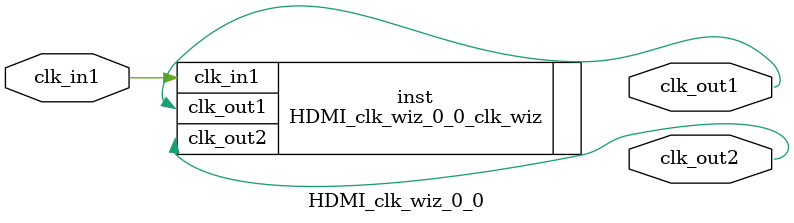
<source format=v>


`timescale 1ps/1ps

(* CORE_GENERATION_INFO = "HDMI_clk_wiz_0_0,clk_wiz_v6_0_12_0_0,{component_name=HDMI_clk_wiz_0_0,use_phase_alignment=true,use_min_o_jitter=false,use_max_i_jitter=false,use_dyn_phase_shift=false,use_inclk_switchover=false,use_dyn_reconfig=false,enable_axi=0,feedback_source=FDBK_AUTO,PRIMITIVE=MMCM,num_out_clk=2,clkin1_period=20.000,clkin2_period=10.0,use_power_down=false,use_reset=false,use_locked=false,use_inclk_stopped=false,feedback_type=SINGLE,CLOCK_MGR_TYPE=NA,manual_override=false}" *)

module HDMI_clk_wiz_0_0 
 (
  // Clock out ports
  output        clk_out1,
  output        clk_out2,
 // Clock in ports
  input         clk_in1
 );

  HDMI_clk_wiz_0_0_clk_wiz inst
  (
  // Clock out ports  
  .clk_out1(clk_out1),
  .clk_out2(clk_out2),
 // Clock in ports
  .clk_in1(clk_in1)
  );

endmodule

</source>
